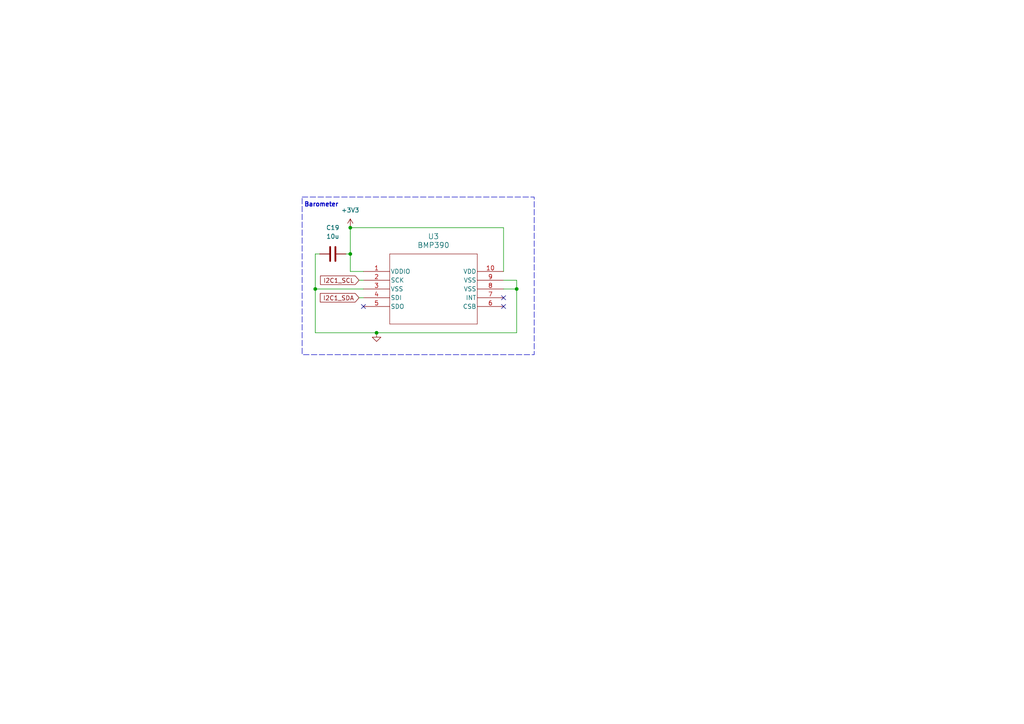
<source format=kicad_sch>
(kicad_sch (version 20250114) (generator "eeschema") (generator_version "9.0")
  (paper "A4")
  (title_block (title "AeroNode") (date "2026-01-02") (rev "0.1") (company "Moonlit Garage, Inc."))
  (lib_symbols
    (symbol "BMP390:BMP390" (pin_names (offset 0.254))
      (property "Reference" "U" (at 20.32 10.16 0))
      (property "Value" "BMP390" (at 20.32 7.62 0))
      (symbol "BMP390_0_1"
        (polyline (pts (xy 7.62 5.08) (xy 7.62 -15.24)) (stroke (width 0.127)))
        (polyline (pts (xy 7.62 -15.24) (xy 33.02 -15.24)) (stroke (width 0.127)))
        (polyline (pts (xy 33.02 5.08) (xy 7.62 5.08)) (stroke (width 0.127)))
        (polyline (pts (xy 33.02 -15.24) (xy 33.02 5.08)) (stroke (width 0.127)))
        (pin power_in line (at 0 0 0) (length 7.62) (name "VDDIO") (number "1"))
        (pin input line (at 0 -2.54 0) (length 7.62) (name "SCK") (number "2"))
        (pin bidirectional line (at 0 -7.62 0) (length 7.62) (name "SDI") (number "4"))
        (pin bidirectional line (at 0 -10.16 0) (length 7.62) (name "SDO") (number "5"))
        (pin power_in line (at 40.64 0 180) (length 7.62) (name "VDD") (number "10"))
        (pin input line (at 40.64 -7.62 180) (length 7.62) (name "INT") (number "7"))
        (pin input line (at 40.64 -10.16 180) (length 7.62) (name "CSB") (number "6"))
      )
      (symbol "BMP390_1_1"
        (pin passive line (at 0 -5.08 0) (length 7.62) (name "VSS") (number "3"))
        (pin passive line (at 40.64 -2.54 180) (length 7.62) (name "VSS") (number "9"))
        (pin passive line (at 40.64 -5.08 180) (length 7.62) (name "VSS") (number "8"))
      )
    )
    (symbol "Device:C" (pin_numbers (hide yes)) (pin_names (offset 0.254))
      (property "Reference" "C" (at 0.635 2.54 0))
      (property "Value" "C" (at 0.635 -2.54 0))
      (symbol "C_0_1"
        (polyline (pts (xy -2.032 0.762) (xy 2.032 0.762)) (stroke (width 0.508)))
        (polyline (pts (xy -2.032 -0.762) (xy 2.032 -0.762)) (stroke (width 0.508)))
      )
      (symbol "C_1_1"
        (pin passive line (at 0 3.81 270) (length 2.794) (name "~") (number "1"))
        (pin passive line (at 0 -3.81 90) (length 2.794) (name "~") (number "2"))
      )
    )
    (symbol "power:+3V3" (power) (pin_numbers (hide yes)) (pin_names (offset 0) (hide yes))
      (property "Value" "+3V3" (at 0 3.556 0))
      (symbol "+3V3_0_1"
        (polyline (pts (xy -0.762 1.27) (xy 0 2.54)))
        (polyline (pts (xy 0 2.54) (xy 0.762 1.27)))
        (polyline (pts (xy 0 0) (xy 0 2.54)))
      )
      (symbol "+3V3_1_1"
        (pin power_in line (at 0 0 90) (length 0) (name "~") (number "1"))
      )
    )
    (symbol "power:GND" (power) (pin_numbers (hide yes)) (pin_names (offset 0) (hide yes))
      (property "Value" "GND" (at 0 -3.81 0))
      (symbol "GND_0_1"
        (polyline (pts (xy 0 0) (xy 0 -1.27) (xy 1.27 -1.27) (xy 0 -2.54) (xy -1.27 -1.27) (xy 0 -1.27)))
      )
      (symbol "GND_1_1"
        (pin power_in line (at 0 0 270) (length 0) (name "~") (number "1"))
      )
    )
  )
  (rectangle (start 87.63 57.15) (end 154.94 102.87) (stroke (width 0) (type dash)))
  (text "Barometer" (at 93.218 59.436 0) (effects (font (size 1.27 1.27) (thickness 0.254) (bold yes))))
  (junction (at 101.6 73.66))
  (junction (at 91.44 83.82))
  (junction (at 109.22 96.52))
  (junction (at 101.6 66.04))
  (junction (at 149.86 83.82))
  (no_connect (at 105.41 88.9))
  (no_connect (at 146.05 86.36))
  (no_connect (at 146.05 88.9))
  (wire (pts (xy 92.71 73.66) (xy 91.44 73.66)))
  (wire (pts (xy 91.44 83.82) (xy 91.44 96.52)))
  (wire (pts (xy 101.6 78.74) (xy 105.41 78.74)))
  (wire (pts (xy 101.6 73.66) (xy 101.6 78.74)))
  (wire (pts (xy 149.86 96.52) (xy 109.22 96.52)))
  (wire (pts (xy 104.14 86.36) (xy 105.41 86.36)))
  (wire (pts (xy 101.6 66.04) (xy 101.6 73.66)))
  (wire (pts (xy 91.44 96.52) (xy 109.22 96.52)))
  (wire (pts (xy 105.41 83.82) (xy 91.44 83.82)))
  (wire (pts (xy 146.05 78.74) (xy 146.05 66.04)))
  (wire (pts (xy 104.14 81.28) (xy 105.41 81.28)))
  (wire (pts (xy 146.05 81.28) (xy 149.86 81.28)))
  (wire (pts (xy 149.86 83.82) (xy 149.86 96.52)))
  (wire (pts (xy 146.05 83.82) (xy 149.86 83.82)))
  (wire (pts (xy 101.6 66.04) (xy 146.05 66.04)))
  (wire (pts (xy 149.86 81.28) (xy 149.86 83.82)))
  (wire (pts (xy 91.44 73.66) (xy 91.44 83.82)))
  (wire (pts (xy 100.33 73.66) (xy 101.6 73.66)))
  (global_label "I2C1_SCL" (shape input) (at 104.14 81.28 180) (property "Intersheetrefs" "${INTERSHEET_REFS}" (effects (hide yes))))
  (global_label "I2C1_SDA" (shape input) (at 104.14 86.36 180) (property "Intersheetrefs" "${INTERSHEET_REFS}" (effects (hide yes))))
  (symbol (lib_id "power:GND") (at 109.22 96.52 0) (unit 1)
    (property "Reference" "#PWR035" (effects (hide yes)))
    (property "Value" "GND" (effects (hide yes)))
    (property "Description" "Power symbol creates a global label with name \"GND\" , ground" (effects (hide yes)))
  )
  (symbol (lib_id "power:+3V3") (at 101.6 66.04 0) (unit 1)
    (property "Reference" "#PWR036" (effects (hide yes)))
    (property "Value" "+3V3" (at 101.6 60.96 0))
    (property "Description" "Power symbol creates a global label with name \"+3V3\"" (effects (hide yes)))
  )
  (symbol (lib_id "BMP390:BMP390") (at 105.41 78.74 0) (unit 1)
    (property "Reference" "U3" (at 125.73 68.58 0) (effects (font (size 1.524 1.524))))
    (property "Value" "BMP390" (at 125.73 71.12 0) (effects (font (size 1.524 1.524))))
    (property "Footprint" "10LGA_2X2X0p75_BOS" (effects (hide yes)))
    (property "Datasheet" "BMP390" (effects (hide yes)))
  )
  (symbol (lib_id "Device:C") (at 96.52 73.66 270) (unit 1)
    (property "Reference" "C19" (at 96.52 66.04 90))
    (property "Value" "10u" (at 96.52 68.58 90))
    (property "Footprint" "Capacitor_SMD:C_0402_1005Metric" (effects (hide yes)))
    (property "Description" "Unpolarized capacitor" (effects (hide yes)))
  )
)
</source>
